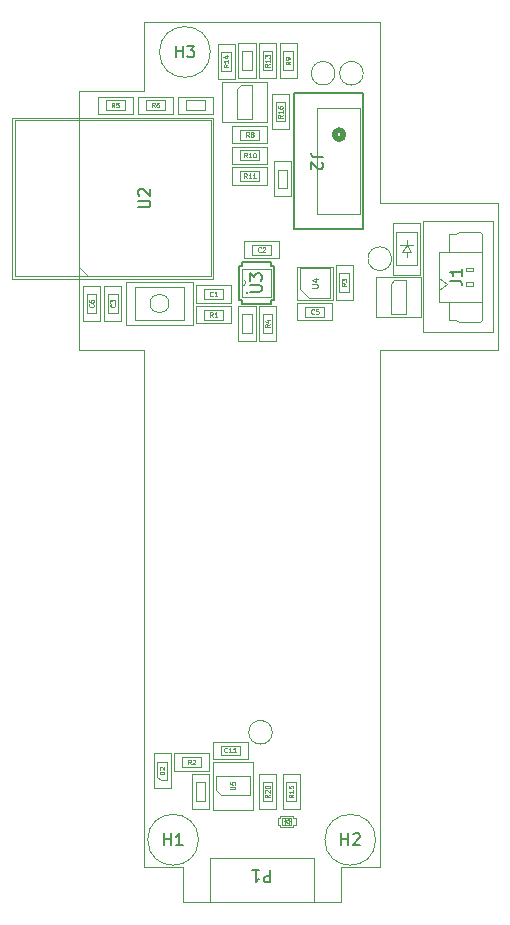
<source format=gm1>
%TF.GenerationSoftware,KiCad,Pcbnew,7.0.7*%
%TF.CreationDate,2023-10-18T20:35:36-04:00*%
%TF.ProjectId,room_environment_monitor,726f6f6d-5f65-46e7-9669-726f6e6d656e,rev?*%
%TF.SameCoordinates,Original*%
%TF.FileFunction,Profile,NP*%
%FSLAX46Y46*%
G04 Gerber Fmt 4.6, Leading zero omitted, Abs format (unit mm)*
G04 Created by KiCad (PCBNEW 7.0.7) date 2023-10-18 20:35:36*
%MOMM*%
%LPD*%
G01*
G04 APERTURE LIST*
%TA.AperFunction,Profile*%
%ADD10C,0.100000*%
%TD*%
%ADD11C,0.050000*%
%ADD12C,0.152400*%
%ADD13C,0.060000*%
%ADD14C,0.150000*%
%ADD15C,0.075000*%
%ADD16C,0.100000*%
%ADD17C,0.025400*%
%ADD18C,0.508000*%
G04 APERTURE END LIST*
D10*
X120000000Y-70000000D02*
X120000000Y-85250000D01*
X103300000Y-144500000D02*
X103300000Y-141500000D01*
X120000000Y-85250000D02*
X130000000Y-85250000D01*
X100000000Y-70000000D02*
X120000000Y-70000000D01*
X100000000Y-75800000D02*
X100000000Y-70000000D01*
X100000000Y-97750000D02*
X94500000Y-97750000D01*
X120000000Y-97750000D02*
X120000000Y-141500000D01*
X130000000Y-85250000D02*
X130000000Y-97750000D01*
X116700000Y-144500000D02*
X103300000Y-144500000D01*
X103300000Y-141500000D02*
X100000000Y-141500000D01*
X116700000Y-141500000D02*
X116700000Y-144500000D01*
X100000000Y-141500000D02*
X100000000Y-97750000D01*
X130000000Y-97750000D02*
X120000000Y-97750000D01*
X94500000Y-75800000D02*
X100000000Y-75800000D01*
X94500000Y-75800000D02*
X94500000Y-97750000D01*
X120000000Y-141500000D02*
X116700000Y-141500000D01*
D11*
%TO.C,R3*%
X116270000Y-93480000D02*
X116270000Y-90520000D01*
X117730000Y-93480000D02*
X116270000Y-93480000D01*
X116270000Y-90520000D02*
X117730000Y-90520000D01*
X117730000Y-90520000D02*
X117730000Y-93480000D01*
%TO.C,R9*%
X112980000Y-71770000D02*
X112980000Y-74730000D01*
X111520000Y-71770000D02*
X112980000Y-71770000D01*
X112980000Y-74730000D02*
X111520000Y-74730000D01*
X111520000Y-74730000D02*
X111520000Y-71770000D01*
%TO.C,R13*%
X111230000Y-71770000D02*
X111230000Y-74730000D01*
X109770000Y-71770000D02*
X111230000Y-71770000D01*
X111230000Y-74730000D02*
X109770000Y-74730000D01*
X109770000Y-74730000D02*
X109770000Y-71770000D01*
%TO.C,R8*%
X110480000Y-80230000D02*
X107520000Y-80230000D01*
X110480000Y-78770000D02*
X110480000Y-80230000D01*
X107520000Y-80230000D02*
X107520000Y-78770000D01*
X107520000Y-78770000D02*
X110480000Y-78770000D01*
%TO.C,C1*%
X104445000Y-92270000D02*
X107405000Y-92270000D01*
X104445000Y-93730000D02*
X104445000Y-92270000D01*
X107405000Y-92270000D02*
X107405000Y-93730000D01*
X107405000Y-93730000D02*
X104445000Y-93730000D01*
%TO.C,H1*%
X104650000Y-139200000D02*
G75*
G03*
X104650000Y-139200000I-2150000J0D01*
G01*
%TO.C,C2*%
X108520000Y-88520000D02*
X111480000Y-88520000D01*
X108520000Y-89980000D02*
X108520000Y-88520000D01*
X111480000Y-88520000D02*
X111480000Y-89980000D01*
X111480000Y-89980000D02*
X108520000Y-89980000D01*
%TO.C,Q3*%
X119642500Y-91550000D02*
X119642500Y-94950000D01*
X119642500Y-94950000D02*
X123482500Y-94950000D01*
X123482500Y-91550000D02*
X119642500Y-91550000D01*
X123482500Y-94950000D02*
X123482500Y-91550000D01*
%TO.C,U5*%
X105875000Y-136675000D02*
X109275000Y-136675000D01*
X109275000Y-136675000D02*
X109275000Y-132575000D01*
X105875000Y-132575000D02*
X105875000Y-136675000D01*
X109275000Y-132575000D02*
X105875000Y-132575000D01*
%TO.C,R11*%
X107520000Y-82270000D02*
X110480000Y-82270000D01*
X107520000Y-83730000D02*
X107520000Y-82270000D01*
X110480000Y-82270000D02*
X110480000Y-83730000D01*
X110480000Y-83730000D02*
X107520000Y-83730000D01*
%TO.C,U4*%
X112985000Y-93485000D02*
X112985000Y-90665000D01*
X116065000Y-93485000D02*
X112985000Y-93485000D01*
X112985000Y-90665000D02*
X116065000Y-90665000D01*
X116065000Y-90665000D02*
X116065000Y-93485000D01*
%TO.C,TP4*%
X110900000Y-130100000D02*
G75*
G03*
X110900000Y-130100000I-1000000J0D01*
G01*
D12*
%TO.C,U3*%
X108318201Y-93834200D02*
X108318201Y-93529400D01*
X110781801Y-93834200D02*
X108318201Y-93834200D01*
X110781801Y-93834200D02*
X110781801Y-93529400D01*
X108076801Y-93529400D02*
X108076801Y-90583000D01*
X108318201Y-93529400D02*
X108076801Y-93529400D01*
X111023201Y-93529400D02*
X110781801Y-93529400D01*
X108076801Y-90583000D02*
X108318201Y-90583000D01*
X110781801Y-90583000D02*
X111023201Y-90583000D01*
X111023201Y-90583000D02*
X111023201Y-93529400D01*
X108318201Y-90278200D02*
X108318201Y-90583000D01*
X108318201Y-90278200D02*
X110781801Y-90278200D01*
X110781801Y-90278200D02*
X110781801Y-90583000D01*
D11*
%TO.C,H2*%
X119650000Y-139200000D02*
G75*
G03*
X119650000Y-139200000I-2150000J0D01*
G01*
%TO.C,C7*%
X112480000Y-81770000D02*
X112480000Y-84730000D01*
X111020000Y-81770000D02*
X112480000Y-81770000D01*
X112480000Y-84730000D02*
X111020000Y-84730000D01*
X111020000Y-84730000D02*
X111020000Y-81770000D01*
%TO.C,H3*%
X105650000Y-72500000D02*
G75*
G03*
X105650000Y-72500000I-2150000J0D01*
G01*
%TO.C,R15*%
X111770000Y-136605000D02*
X111770000Y-133645000D01*
X113230000Y-136605000D02*
X111770000Y-136605000D01*
X111770000Y-133645000D02*
X113230000Y-133645000D01*
X113230000Y-133645000D02*
X113230000Y-136605000D01*
%TO.C,U2*%
X88900000Y-91700000D02*
X88900000Y-78100000D01*
X105900000Y-91700000D02*
X88900000Y-91700000D01*
X88900000Y-78100000D02*
X105900000Y-78100000D01*
X105900000Y-78100000D02*
X105900000Y-91700000D01*
D12*
%TO.C,J2*%
X118608200Y-76002199D02*
X112715400Y-76002199D01*
X112715400Y-76002199D02*
X112715400Y-87497801D01*
X118608200Y-87497801D02*
X118608200Y-76002199D01*
X112715400Y-87497801D02*
X118608200Y-87497801D01*
D11*
%TO.C,TP2*%
X118600000Y-74300000D02*
G75*
G03*
X118600000Y-74300000I-1000000J0D01*
G01*
%TO.C,C11*%
X105845000Y-130895000D02*
X108805000Y-130895000D01*
X105845000Y-132355000D02*
X105845000Y-130895000D01*
X108805000Y-130895000D02*
X108805000Y-132355000D01*
X108805000Y-132355000D02*
X105845000Y-132355000D01*
%TO.C,D7*%
X111375000Y-137370000D02*
X111375000Y-137930000D01*
X111375000Y-137930000D02*
X111575000Y-137930000D01*
X111575000Y-137200000D02*
X112675000Y-137200000D01*
X111575000Y-137370000D02*
X111375000Y-137370000D01*
X111575000Y-137370000D02*
X111575000Y-137200000D01*
X111575000Y-138100000D02*
X111575000Y-137930000D01*
X112675000Y-137200000D02*
X112675000Y-137370000D01*
X112675000Y-137370000D02*
X112875000Y-137370000D01*
X112675000Y-137930000D02*
X112675000Y-138100000D01*
X112675000Y-138100000D02*
X111575000Y-138100000D01*
X112875000Y-137370000D02*
X112875000Y-137930000D01*
X112875000Y-137930000D02*
X112675000Y-137930000D01*
%TO.C,R12*%
X109480000Y-71770000D02*
X109480000Y-74730000D01*
X108020000Y-71770000D02*
X109480000Y-71770000D01*
X109480000Y-74730000D02*
X108020000Y-74730000D01*
X108020000Y-74730000D02*
X108020000Y-71770000D01*
%TO.C,R14*%
X106270000Y-74767500D02*
X106270000Y-71807500D01*
X107730000Y-74767500D02*
X106270000Y-74767500D01*
X106270000Y-71807500D02*
X107730000Y-71807500D01*
X107730000Y-71807500D02*
X107730000Y-74767500D01*
%TO.C,R10*%
X107520000Y-80520000D02*
X110480000Y-80520000D01*
X107520000Y-81980000D02*
X107520000Y-80520000D01*
X110480000Y-80520000D02*
X110480000Y-81980000D01*
X110480000Y-81980000D02*
X107520000Y-81980000D01*
%TO.C,R1*%
X107405000Y-95480000D02*
X104445000Y-95480000D01*
X107405000Y-94020000D02*
X107405000Y-95480000D01*
X104445000Y-95480000D02*
X104445000Y-94020000D01*
X104445000Y-94020000D02*
X107405000Y-94020000D01*
%TO.C,R20*%
X109770000Y-136605000D02*
X109770000Y-133645000D01*
X111230000Y-136605000D02*
X109770000Y-136605000D01*
X109770000Y-133645000D02*
X111230000Y-133645000D01*
X111230000Y-133645000D02*
X111230000Y-136605000D01*
%TO.C,D2*%
X100845000Y-134855000D02*
X100845000Y-131895000D01*
X102305000Y-134855000D02*
X100845000Y-134855000D01*
X100845000Y-131895000D02*
X102305000Y-131895000D01*
X102305000Y-131895000D02*
X102305000Y-134855000D01*
%TO.C,C10*%
X104095000Y-136605000D02*
X104095000Y-133645000D01*
X105555000Y-136605000D02*
X104095000Y-136605000D01*
X104095000Y-133645000D02*
X105555000Y-133645000D01*
X105555000Y-133645000D02*
X105555000Y-136605000D01*
%TO.C,R5*%
X99080000Y-77730000D02*
X96120000Y-77730000D01*
X99080000Y-76270000D02*
X99080000Y-77730000D01*
X96120000Y-77730000D02*
X96120000Y-76270000D01*
X96120000Y-76270000D02*
X99080000Y-76270000D01*
%TO.C,J1*%
X123675000Y-96245000D02*
X129575000Y-96245000D01*
X129575000Y-96245000D02*
X129575000Y-86805000D01*
X123675000Y-86805000D02*
X123675000Y-96245000D01*
X129575000Y-86805000D02*
X123675000Y-86805000D01*
%TO.C,R6*%
X99520000Y-76270000D02*
X102480000Y-76270000D01*
X99520000Y-77730000D02*
X99520000Y-76270000D01*
X102480000Y-76270000D02*
X102480000Y-77730000D01*
X102480000Y-77730000D02*
X99520000Y-77730000D01*
%TO.C,R16*%
X112330000Y-76095000D02*
X112330000Y-79055000D01*
X110870000Y-76095000D02*
X112330000Y-76095000D01*
X112330000Y-79055000D02*
X110870000Y-79055000D01*
X110870000Y-79055000D02*
X110870000Y-76095000D01*
%TO.C,C5*%
X115980000Y-95230000D02*
X113020000Y-95230000D01*
X115980000Y-93770000D02*
X115980000Y-95230000D01*
X113020000Y-95230000D02*
X113020000Y-93770000D01*
X113020000Y-93770000D02*
X115980000Y-93770000D01*
%TO.C,SW1*%
X104150000Y-95600000D02*
X98550000Y-95600000D01*
X104150000Y-92000000D02*
X104150000Y-95600000D01*
X98550000Y-95600000D02*
X98550000Y-92000000D01*
X98550000Y-92000000D02*
X104150000Y-92000000D01*
%TO.C,R2*%
X105555000Y-133355000D02*
X102595000Y-133355000D01*
X105555000Y-131895000D02*
X105555000Y-133355000D01*
X102595000Y-133355000D02*
X102595000Y-131895000D01*
X102595000Y-131895000D02*
X105555000Y-131895000D01*
%TO.C,C4*%
X109480000Y-94020000D02*
X109480000Y-96980000D01*
X108020000Y-94020000D02*
X109480000Y-94020000D01*
X109480000Y-96980000D02*
X108020000Y-96980000D01*
X108020000Y-96980000D02*
X108020000Y-94020000D01*
%TO.C,R4*%
X109770000Y-96980000D02*
X109770000Y-94020000D01*
X111230000Y-96980000D02*
X109770000Y-96980000D01*
X109770000Y-94020000D02*
X111230000Y-94020000D01*
X111230000Y-94020000D02*
X111230000Y-96980000D01*
%TO.C,C3*%
X98130000Y-92320000D02*
X98130000Y-95280000D01*
X96670000Y-92320000D02*
X98130000Y-92320000D01*
X98130000Y-95280000D02*
X96670000Y-95280000D01*
X96670000Y-95280000D02*
X96670000Y-92320000D01*
%TO.C,TP3*%
X116200000Y-74300000D02*
G75*
G03*
X116200000Y-74300000I-1000000J0D01*
G01*
%TO.C,C6*%
X96330000Y-92320000D02*
X96330000Y-95280000D01*
X94870000Y-92320000D02*
X96330000Y-92320000D01*
X96330000Y-95280000D02*
X94870000Y-95280000D01*
X94870000Y-95280000D02*
X94870000Y-92320000D01*
%TO.C,D1*%
X123425000Y-86950000D02*
X121125000Y-86950000D01*
X123425000Y-86950000D02*
X123425000Y-91350000D01*
X123425000Y-91350000D02*
X121125000Y-91350000D01*
X121125000Y-91350000D02*
X121125000Y-86950000D01*
%TO.C,R7*%
X102920000Y-76270000D02*
X105880000Y-76270000D01*
X102920000Y-77730000D02*
X102920000Y-76270000D01*
X105880000Y-76270000D02*
X105880000Y-77730000D01*
X105880000Y-77730000D02*
X102920000Y-77730000D01*
%TO.C,TP1*%
X121000000Y-90000000D02*
G75*
G03*
X121000000Y-90000000I-1000000J0D01*
G01*
%TO.C,Q1*%
X106642500Y-75050000D02*
X106642500Y-78450000D01*
X106642500Y-78450000D02*
X110482500Y-78450000D01*
X110482500Y-75050000D02*
X106642500Y-75050000D01*
X110482500Y-78450000D02*
X110482500Y-75050000D01*
%TD*%
D13*
X117181927Y-92066666D02*
X116991451Y-92199999D01*
X117181927Y-92295237D02*
X116781927Y-92295237D01*
X116781927Y-92295237D02*
X116781927Y-92142856D01*
X116781927Y-92142856D02*
X116800975Y-92104761D01*
X116800975Y-92104761D02*
X116820022Y-92085714D01*
X116820022Y-92085714D02*
X116858118Y-92066666D01*
X116858118Y-92066666D02*
X116915260Y-92066666D01*
X116915260Y-92066666D02*
X116953356Y-92085714D01*
X116953356Y-92085714D02*
X116972403Y-92104761D01*
X116972403Y-92104761D02*
X116991451Y-92142856D01*
X116991451Y-92142856D02*
X116991451Y-92295237D01*
X116781927Y-91933333D02*
X116781927Y-91685714D01*
X116781927Y-91685714D02*
X116934308Y-91819047D01*
X116934308Y-91819047D02*
X116934308Y-91761904D01*
X116934308Y-91761904D02*
X116953356Y-91723809D01*
X116953356Y-91723809D02*
X116972403Y-91704761D01*
X116972403Y-91704761D02*
X117010499Y-91685714D01*
X117010499Y-91685714D02*
X117105737Y-91685714D01*
X117105737Y-91685714D02*
X117143832Y-91704761D01*
X117143832Y-91704761D02*
X117162880Y-91723809D01*
X117162880Y-91723809D02*
X117181927Y-91761904D01*
X117181927Y-91761904D02*
X117181927Y-91876190D01*
X117181927Y-91876190D02*
X117162880Y-91914285D01*
X117162880Y-91914285D02*
X117143832Y-91933333D01*
X112431927Y-73316666D02*
X112241451Y-73449999D01*
X112431927Y-73545237D02*
X112031927Y-73545237D01*
X112031927Y-73545237D02*
X112031927Y-73392856D01*
X112031927Y-73392856D02*
X112050975Y-73354761D01*
X112050975Y-73354761D02*
X112070022Y-73335714D01*
X112070022Y-73335714D02*
X112108118Y-73316666D01*
X112108118Y-73316666D02*
X112165260Y-73316666D01*
X112165260Y-73316666D02*
X112203356Y-73335714D01*
X112203356Y-73335714D02*
X112222403Y-73354761D01*
X112222403Y-73354761D02*
X112241451Y-73392856D01*
X112241451Y-73392856D02*
X112241451Y-73545237D01*
X112431927Y-73126190D02*
X112431927Y-73049999D01*
X112431927Y-73049999D02*
X112412880Y-73011904D01*
X112412880Y-73011904D02*
X112393832Y-72992856D01*
X112393832Y-72992856D02*
X112336689Y-72954761D01*
X112336689Y-72954761D02*
X112260499Y-72935714D01*
X112260499Y-72935714D02*
X112108118Y-72935714D01*
X112108118Y-72935714D02*
X112070022Y-72954761D01*
X112070022Y-72954761D02*
X112050975Y-72973809D01*
X112050975Y-72973809D02*
X112031927Y-73011904D01*
X112031927Y-73011904D02*
X112031927Y-73088095D01*
X112031927Y-73088095D02*
X112050975Y-73126190D01*
X112050975Y-73126190D02*
X112070022Y-73145237D01*
X112070022Y-73145237D02*
X112108118Y-73164285D01*
X112108118Y-73164285D02*
X112203356Y-73164285D01*
X112203356Y-73164285D02*
X112241451Y-73145237D01*
X112241451Y-73145237D02*
X112260499Y-73126190D01*
X112260499Y-73126190D02*
X112279546Y-73088095D01*
X112279546Y-73088095D02*
X112279546Y-73011904D01*
X112279546Y-73011904D02*
X112260499Y-72973809D01*
X112260499Y-72973809D02*
X112241451Y-72954761D01*
X112241451Y-72954761D02*
X112203356Y-72935714D01*
X110681927Y-73507142D02*
X110491451Y-73640475D01*
X110681927Y-73735713D02*
X110281927Y-73735713D01*
X110281927Y-73735713D02*
X110281927Y-73583332D01*
X110281927Y-73583332D02*
X110300975Y-73545237D01*
X110300975Y-73545237D02*
X110320022Y-73526190D01*
X110320022Y-73526190D02*
X110358118Y-73507142D01*
X110358118Y-73507142D02*
X110415260Y-73507142D01*
X110415260Y-73507142D02*
X110453356Y-73526190D01*
X110453356Y-73526190D02*
X110472403Y-73545237D01*
X110472403Y-73545237D02*
X110491451Y-73583332D01*
X110491451Y-73583332D02*
X110491451Y-73735713D01*
X110681927Y-73126190D02*
X110681927Y-73354761D01*
X110681927Y-73240475D02*
X110281927Y-73240475D01*
X110281927Y-73240475D02*
X110339070Y-73278571D01*
X110339070Y-73278571D02*
X110377165Y-73316666D01*
X110377165Y-73316666D02*
X110396213Y-73354761D01*
X110281927Y-72992857D02*
X110281927Y-72745238D01*
X110281927Y-72745238D02*
X110434308Y-72878571D01*
X110434308Y-72878571D02*
X110434308Y-72821428D01*
X110434308Y-72821428D02*
X110453356Y-72783333D01*
X110453356Y-72783333D02*
X110472403Y-72764285D01*
X110472403Y-72764285D02*
X110510499Y-72745238D01*
X110510499Y-72745238D02*
X110605737Y-72745238D01*
X110605737Y-72745238D02*
X110643832Y-72764285D01*
X110643832Y-72764285D02*
X110662880Y-72783333D01*
X110662880Y-72783333D02*
X110681927Y-72821428D01*
X110681927Y-72821428D02*
X110681927Y-72935714D01*
X110681927Y-72935714D02*
X110662880Y-72973809D01*
X110662880Y-72973809D02*
X110643832Y-72992857D01*
X108933333Y-79681927D02*
X108800000Y-79491451D01*
X108704762Y-79681927D02*
X108704762Y-79281927D01*
X108704762Y-79281927D02*
X108857143Y-79281927D01*
X108857143Y-79281927D02*
X108895238Y-79300975D01*
X108895238Y-79300975D02*
X108914285Y-79320022D01*
X108914285Y-79320022D02*
X108933333Y-79358118D01*
X108933333Y-79358118D02*
X108933333Y-79415260D01*
X108933333Y-79415260D02*
X108914285Y-79453356D01*
X108914285Y-79453356D02*
X108895238Y-79472403D01*
X108895238Y-79472403D02*
X108857143Y-79491451D01*
X108857143Y-79491451D02*
X108704762Y-79491451D01*
X109161904Y-79453356D02*
X109123809Y-79434308D01*
X109123809Y-79434308D02*
X109104762Y-79415260D01*
X109104762Y-79415260D02*
X109085714Y-79377165D01*
X109085714Y-79377165D02*
X109085714Y-79358118D01*
X109085714Y-79358118D02*
X109104762Y-79320022D01*
X109104762Y-79320022D02*
X109123809Y-79300975D01*
X109123809Y-79300975D02*
X109161904Y-79281927D01*
X109161904Y-79281927D02*
X109238095Y-79281927D01*
X109238095Y-79281927D02*
X109276190Y-79300975D01*
X109276190Y-79300975D02*
X109295238Y-79320022D01*
X109295238Y-79320022D02*
X109314285Y-79358118D01*
X109314285Y-79358118D02*
X109314285Y-79377165D01*
X109314285Y-79377165D02*
X109295238Y-79415260D01*
X109295238Y-79415260D02*
X109276190Y-79434308D01*
X109276190Y-79434308D02*
X109238095Y-79453356D01*
X109238095Y-79453356D02*
X109161904Y-79453356D01*
X109161904Y-79453356D02*
X109123809Y-79472403D01*
X109123809Y-79472403D02*
X109104762Y-79491451D01*
X109104762Y-79491451D02*
X109085714Y-79529546D01*
X109085714Y-79529546D02*
X109085714Y-79605737D01*
X109085714Y-79605737D02*
X109104762Y-79643832D01*
X109104762Y-79643832D02*
X109123809Y-79662880D01*
X109123809Y-79662880D02*
X109161904Y-79681927D01*
X109161904Y-79681927D02*
X109238095Y-79681927D01*
X109238095Y-79681927D02*
X109276190Y-79662880D01*
X109276190Y-79662880D02*
X109295238Y-79643832D01*
X109295238Y-79643832D02*
X109314285Y-79605737D01*
X109314285Y-79605737D02*
X109314285Y-79529546D01*
X109314285Y-79529546D02*
X109295238Y-79491451D01*
X109295238Y-79491451D02*
X109276190Y-79472403D01*
X109276190Y-79472403D02*
X109238095Y-79453356D01*
X105858333Y-93143832D02*
X105839285Y-93162880D01*
X105839285Y-93162880D02*
X105782143Y-93181927D01*
X105782143Y-93181927D02*
X105744047Y-93181927D01*
X105744047Y-93181927D02*
X105686904Y-93162880D01*
X105686904Y-93162880D02*
X105648809Y-93124784D01*
X105648809Y-93124784D02*
X105629762Y-93086689D01*
X105629762Y-93086689D02*
X105610714Y-93010499D01*
X105610714Y-93010499D02*
X105610714Y-92953356D01*
X105610714Y-92953356D02*
X105629762Y-92877165D01*
X105629762Y-92877165D02*
X105648809Y-92839070D01*
X105648809Y-92839070D02*
X105686904Y-92800975D01*
X105686904Y-92800975D02*
X105744047Y-92781927D01*
X105744047Y-92781927D02*
X105782143Y-92781927D01*
X105782143Y-92781927D02*
X105839285Y-92800975D01*
X105839285Y-92800975D02*
X105858333Y-92820022D01*
X106239285Y-93181927D02*
X106010714Y-93181927D01*
X106125000Y-93181927D02*
X106125000Y-92781927D01*
X106125000Y-92781927D02*
X106086904Y-92839070D01*
X106086904Y-92839070D02*
X106048809Y-92877165D01*
X106048809Y-92877165D02*
X106010714Y-92896213D01*
D14*
X101738095Y-139654819D02*
X101738095Y-138654819D01*
X101738095Y-139131009D02*
X102309523Y-139131009D01*
X102309523Y-139654819D02*
X102309523Y-138654819D01*
X103309523Y-139654819D02*
X102738095Y-139654819D01*
X103023809Y-139654819D02*
X103023809Y-138654819D01*
X103023809Y-138654819D02*
X102928571Y-138797676D01*
X102928571Y-138797676D02*
X102833333Y-138892914D01*
X102833333Y-138892914D02*
X102738095Y-138940533D01*
D13*
X109933333Y-89393832D02*
X109914285Y-89412880D01*
X109914285Y-89412880D02*
X109857143Y-89431927D01*
X109857143Y-89431927D02*
X109819047Y-89431927D01*
X109819047Y-89431927D02*
X109761904Y-89412880D01*
X109761904Y-89412880D02*
X109723809Y-89374784D01*
X109723809Y-89374784D02*
X109704762Y-89336689D01*
X109704762Y-89336689D02*
X109685714Y-89260499D01*
X109685714Y-89260499D02*
X109685714Y-89203356D01*
X109685714Y-89203356D02*
X109704762Y-89127165D01*
X109704762Y-89127165D02*
X109723809Y-89089070D01*
X109723809Y-89089070D02*
X109761904Y-89050975D01*
X109761904Y-89050975D02*
X109819047Y-89031927D01*
X109819047Y-89031927D02*
X109857143Y-89031927D01*
X109857143Y-89031927D02*
X109914285Y-89050975D01*
X109914285Y-89050975D02*
X109933333Y-89070022D01*
X110085714Y-89070022D02*
X110104762Y-89050975D01*
X110104762Y-89050975D02*
X110142857Y-89031927D01*
X110142857Y-89031927D02*
X110238095Y-89031927D01*
X110238095Y-89031927D02*
X110276190Y-89050975D01*
X110276190Y-89050975D02*
X110295238Y-89070022D01*
X110295238Y-89070022D02*
X110314285Y-89108118D01*
X110314285Y-89108118D02*
X110314285Y-89146213D01*
X110314285Y-89146213D02*
X110295238Y-89203356D01*
X110295238Y-89203356D02*
X110066666Y-89431927D01*
X110066666Y-89431927D02*
X110314285Y-89431927D01*
X107356927Y-134929761D02*
X107680737Y-134929761D01*
X107680737Y-134929761D02*
X107718832Y-134910714D01*
X107718832Y-134910714D02*
X107737880Y-134891666D01*
X107737880Y-134891666D02*
X107756927Y-134853571D01*
X107756927Y-134853571D02*
X107756927Y-134777380D01*
X107756927Y-134777380D02*
X107737880Y-134739285D01*
X107737880Y-134739285D02*
X107718832Y-134720238D01*
X107718832Y-134720238D02*
X107680737Y-134701190D01*
X107680737Y-134701190D02*
X107356927Y-134701190D01*
X107356927Y-134320237D02*
X107356927Y-134510713D01*
X107356927Y-134510713D02*
X107547403Y-134529761D01*
X107547403Y-134529761D02*
X107528356Y-134510713D01*
X107528356Y-134510713D02*
X107509308Y-134472618D01*
X107509308Y-134472618D02*
X107509308Y-134377380D01*
X107509308Y-134377380D02*
X107528356Y-134339285D01*
X107528356Y-134339285D02*
X107547403Y-134320237D01*
X107547403Y-134320237D02*
X107585499Y-134301190D01*
X107585499Y-134301190D02*
X107680737Y-134301190D01*
X107680737Y-134301190D02*
X107718832Y-134320237D01*
X107718832Y-134320237D02*
X107737880Y-134339285D01*
X107737880Y-134339285D02*
X107756927Y-134377380D01*
X107756927Y-134377380D02*
X107756927Y-134472618D01*
X107756927Y-134472618D02*
X107737880Y-134510713D01*
X107737880Y-134510713D02*
X107718832Y-134529761D01*
X108742857Y-83181927D02*
X108609524Y-82991451D01*
X108514286Y-83181927D02*
X108514286Y-82781927D01*
X108514286Y-82781927D02*
X108666667Y-82781927D01*
X108666667Y-82781927D02*
X108704762Y-82800975D01*
X108704762Y-82800975D02*
X108723809Y-82820022D01*
X108723809Y-82820022D02*
X108742857Y-82858118D01*
X108742857Y-82858118D02*
X108742857Y-82915260D01*
X108742857Y-82915260D02*
X108723809Y-82953356D01*
X108723809Y-82953356D02*
X108704762Y-82972403D01*
X108704762Y-82972403D02*
X108666667Y-82991451D01*
X108666667Y-82991451D02*
X108514286Y-82991451D01*
X109123809Y-83181927D02*
X108895238Y-83181927D01*
X109009524Y-83181927D02*
X109009524Y-82781927D01*
X109009524Y-82781927D02*
X108971428Y-82839070D01*
X108971428Y-82839070D02*
X108933333Y-82877165D01*
X108933333Y-82877165D02*
X108895238Y-82896213D01*
X109504761Y-83181927D02*
X109276190Y-83181927D01*
X109390476Y-83181927D02*
X109390476Y-82781927D01*
X109390476Y-82781927D02*
X109352380Y-82839070D01*
X109352380Y-82839070D02*
X109314285Y-82877165D01*
X109314285Y-82877165D02*
X109276190Y-82896213D01*
D14*
X110738094Y-141795182D02*
X110738094Y-142795182D01*
X110738094Y-142795182D02*
X110357142Y-142795182D01*
X110357142Y-142795182D02*
X110261904Y-142747563D01*
X110261904Y-142747563D02*
X110214285Y-142699944D01*
X110214285Y-142699944D02*
X110166666Y-142604706D01*
X110166666Y-142604706D02*
X110166666Y-142461849D01*
X110166666Y-142461849D02*
X110214285Y-142366611D01*
X110214285Y-142366611D02*
X110261904Y-142318992D01*
X110261904Y-142318992D02*
X110357142Y-142271373D01*
X110357142Y-142271373D02*
X110738094Y-142271373D01*
X109214285Y-141795182D02*
X109785713Y-141795182D01*
X109499999Y-141795182D02*
X109499999Y-142795182D01*
X109499999Y-142795182D02*
X109595237Y-142652325D01*
X109595237Y-142652325D02*
X109690475Y-142557087D01*
X109690475Y-142557087D02*
X109785713Y-142509468D01*
D15*
X114252409Y-92455952D02*
X114657171Y-92455952D01*
X114657171Y-92455952D02*
X114704790Y-92432142D01*
X114704790Y-92432142D02*
X114728600Y-92408333D01*
X114728600Y-92408333D02*
X114752409Y-92360714D01*
X114752409Y-92360714D02*
X114752409Y-92265476D01*
X114752409Y-92265476D02*
X114728600Y-92217857D01*
X114728600Y-92217857D02*
X114704790Y-92194047D01*
X114704790Y-92194047D02*
X114657171Y-92170238D01*
X114657171Y-92170238D02*
X114252409Y-92170238D01*
X114419076Y-91717856D02*
X114752409Y-91717856D01*
X114228600Y-91836904D02*
X114585742Y-91955951D01*
X114585742Y-91955951D02*
X114585742Y-91646428D01*
D14*
X109004820Y-92818104D02*
X109814343Y-92818104D01*
X109814343Y-92818104D02*
X109909581Y-92770485D01*
X109909581Y-92770485D02*
X109957201Y-92722866D01*
X109957201Y-92722866D02*
X110004820Y-92627628D01*
X110004820Y-92627628D02*
X110004820Y-92437152D01*
X110004820Y-92437152D02*
X109957201Y-92341914D01*
X109957201Y-92341914D02*
X109909581Y-92294295D01*
X109909581Y-92294295D02*
X109814343Y-92246676D01*
X109814343Y-92246676D02*
X109004820Y-92246676D01*
X109004820Y-91865723D02*
X109004820Y-91246676D01*
X109004820Y-91246676D02*
X109385772Y-91580009D01*
X109385772Y-91580009D02*
X109385772Y-91437152D01*
X109385772Y-91437152D02*
X109433391Y-91341914D01*
X109433391Y-91341914D02*
X109481010Y-91294295D01*
X109481010Y-91294295D02*
X109576248Y-91246676D01*
X109576248Y-91246676D02*
X109814343Y-91246676D01*
X109814343Y-91246676D02*
X109909581Y-91294295D01*
X109909581Y-91294295D02*
X109957201Y-91341914D01*
X109957201Y-91341914D02*
X110004820Y-91437152D01*
X110004820Y-91437152D02*
X110004820Y-91722866D01*
X110004820Y-91722866D02*
X109957201Y-91818104D01*
X109957201Y-91818104D02*
X109909581Y-91865723D01*
X116738095Y-139654819D02*
X116738095Y-138654819D01*
X116738095Y-139131009D02*
X117309523Y-139131009D01*
X117309523Y-139654819D02*
X117309523Y-138654819D01*
X117738095Y-138750057D02*
X117785714Y-138702438D01*
X117785714Y-138702438D02*
X117880952Y-138654819D01*
X117880952Y-138654819D02*
X118119047Y-138654819D01*
X118119047Y-138654819D02*
X118214285Y-138702438D01*
X118214285Y-138702438D02*
X118261904Y-138750057D01*
X118261904Y-138750057D02*
X118309523Y-138845295D01*
X118309523Y-138845295D02*
X118309523Y-138940533D01*
X118309523Y-138940533D02*
X118261904Y-139083390D01*
X118261904Y-139083390D02*
X117690476Y-139654819D01*
X117690476Y-139654819D02*
X118309523Y-139654819D01*
X102738095Y-72954819D02*
X102738095Y-71954819D01*
X102738095Y-72431009D02*
X103309523Y-72431009D01*
X103309523Y-72954819D02*
X103309523Y-71954819D01*
X103690476Y-71954819D02*
X104309523Y-71954819D01*
X104309523Y-71954819D02*
X103976190Y-72335771D01*
X103976190Y-72335771D02*
X104119047Y-72335771D01*
X104119047Y-72335771D02*
X104214285Y-72383390D01*
X104214285Y-72383390D02*
X104261904Y-72431009D01*
X104261904Y-72431009D02*
X104309523Y-72526247D01*
X104309523Y-72526247D02*
X104309523Y-72764342D01*
X104309523Y-72764342D02*
X104261904Y-72859580D01*
X104261904Y-72859580D02*
X104214285Y-72907200D01*
X104214285Y-72907200D02*
X104119047Y-72954819D01*
X104119047Y-72954819D02*
X103833333Y-72954819D01*
X103833333Y-72954819D02*
X103738095Y-72907200D01*
X103738095Y-72907200D02*
X103690476Y-72859580D01*
D13*
X112681927Y-135382142D02*
X112491451Y-135515475D01*
X112681927Y-135610713D02*
X112281927Y-135610713D01*
X112281927Y-135610713D02*
X112281927Y-135458332D01*
X112281927Y-135458332D02*
X112300975Y-135420237D01*
X112300975Y-135420237D02*
X112320022Y-135401190D01*
X112320022Y-135401190D02*
X112358118Y-135382142D01*
X112358118Y-135382142D02*
X112415260Y-135382142D01*
X112415260Y-135382142D02*
X112453356Y-135401190D01*
X112453356Y-135401190D02*
X112472403Y-135420237D01*
X112472403Y-135420237D02*
X112491451Y-135458332D01*
X112491451Y-135458332D02*
X112491451Y-135610713D01*
X112681927Y-135001190D02*
X112681927Y-135229761D01*
X112681927Y-135115475D02*
X112281927Y-135115475D01*
X112281927Y-135115475D02*
X112339070Y-135153571D01*
X112339070Y-135153571D02*
X112377165Y-135191666D01*
X112377165Y-135191666D02*
X112396213Y-135229761D01*
X112281927Y-134639285D02*
X112281927Y-134829761D01*
X112281927Y-134829761D02*
X112472403Y-134848809D01*
X112472403Y-134848809D02*
X112453356Y-134829761D01*
X112453356Y-134829761D02*
X112434308Y-134791666D01*
X112434308Y-134791666D02*
X112434308Y-134696428D01*
X112434308Y-134696428D02*
X112453356Y-134658333D01*
X112453356Y-134658333D02*
X112472403Y-134639285D01*
X112472403Y-134639285D02*
X112510499Y-134620238D01*
X112510499Y-134620238D02*
X112605737Y-134620238D01*
X112605737Y-134620238D02*
X112643832Y-134639285D01*
X112643832Y-134639285D02*
X112662880Y-134658333D01*
X112662880Y-134658333D02*
X112681927Y-134696428D01*
X112681927Y-134696428D02*
X112681927Y-134791666D01*
X112681927Y-134791666D02*
X112662880Y-134829761D01*
X112662880Y-134829761D02*
X112643832Y-134848809D01*
D14*
X99554819Y-85661904D02*
X100364342Y-85661904D01*
X100364342Y-85661904D02*
X100459580Y-85614285D01*
X100459580Y-85614285D02*
X100507200Y-85566666D01*
X100507200Y-85566666D02*
X100554819Y-85471428D01*
X100554819Y-85471428D02*
X100554819Y-85280952D01*
X100554819Y-85280952D02*
X100507200Y-85185714D01*
X100507200Y-85185714D02*
X100459580Y-85138095D01*
X100459580Y-85138095D02*
X100364342Y-85090476D01*
X100364342Y-85090476D02*
X99554819Y-85090476D01*
X99650057Y-84661904D02*
X99602438Y-84614285D01*
X99602438Y-84614285D02*
X99554819Y-84519047D01*
X99554819Y-84519047D02*
X99554819Y-84280952D01*
X99554819Y-84280952D02*
X99602438Y-84185714D01*
X99602438Y-84185714D02*
X99650057Y-84138095D01*
X99650057Y-84138095D02*
X99745295Y-84090476D01*
X99745295Y-84090476D02*
X99840533Y-84090476D01*
X99840533Y-84090476D02*
X99983390Y-84138095D01*
X99983390Y-84138095D02*
X100554819Y-84709523D01*
X100554819Y-84709523D02*
X100554819Y-84090476D01*
X115190980Y-81416666D02*
X114476695Y-81416666D01*
X114476695Y-81416666D02*
X114333838Y-81369047D01*
X114333838Y-81369047D02*
X114238600Y-81273809D01*
X114238600Y-81273809D02*
X114190980Y-81130952D01*
X114190980Y-81130952D02*
X114190980Y-81035714D01*
X115095742Y-81845238D02*
X115143361Y-81892857D01*
X115143361Y-81892857D02*
X115190980Y-81988095D01*
X115190980Y-81988095D02*
X115190980Y-82226190D01*
X115190980Y-82226190D02*
X115143361Y-82321428D01*
X115143361Y-82321428D02*
X115095742Y-82369047D01*
X115095742Y-82369047D02*
X115000504Y-82416666D01*
X115000504Y-82416666D02*
X114905266Y-82416666D01*
X114905266Y-82416666D02*
X114762409Y-82369047D01*
X114762409Y-82369047D02*
X114190980Y-81797619D01*
X114190980Y-81797619D02*
X114190980Y-82416666D01*
D13*
X107067857Y-131768832D02*
X107048809Y-131787880D01*
X107048809Y-131787880D02*
X106991667Y-131806927D01*
X106991667Y-131806927D02*
X106953571Y-131806927D01*
X106953571Y-131806927D02*
X106896428Y-131787880D01*
X106896428Y-131787880D02*
X106858333Y-131749784D01*
X106858333Y-131749784D02*
X106839286Y-131711689D01*
X106839286Y-131711689D02*
X106820238Y-131635499D01*
X106820238Y-131635499D02*
X106820238Y-131578356D01*
X106820238Y-131578356D02*
X106839286Y-131502165D01*
X106839286Y-131502165D02*
X106858333Y-131464070D01*
X106858333Y-131464070D02*
X106896428Y-131425975D01*
X106896428Y-131425975D02*
X106953571Y-131406927D01*
X106953571Y-131406927D02*
X106991667Y-131406927D01*
X106991667Y-131406927D02*
X107048809Y-131425975D01*
X107048809Y-131425975D02*
X107067857Y-131445022D01*
X107448809Y-131806927D02*
X107220238Y-131806927D01*
X107334524Y-131806927D02*
X107334524Y-131406927D01*
X107334524Y-131406927D02*
X107296428Y-131464070D01*
X107296428Y-131464070D02*
X107258333Y-131502165D01*
X107258333Y-131502165D02*
X107220238Y-131521213D01*
X107829761Y-131806927D02*
X107601190Y-131806927D01*
X107715476Y-131806927D02*
X107715476Y-131406927D01*
X107715476Y-131406927D02*
X107677380Y-131464070D01*
X107677380Y-131464070D02*
X107639285Y-131502165D01*
X107639285Y-131502165D02*
X107601190Y-131521213D01*
X107181927Y-73544642D02*
X106991451Y-73677975D01*
X107181927Y-73773213D02*
X106781927Y-73773213D01*
X106781927Y-73773213D02*
X106781927Y-73620832D01*
X106781927Y-73620832D02*
X106800975Y-73582737D01*
X106800975Y-73582737D02*
X106820022Y-73563690D01*
X106820022Y-73563690D02*
X106858118Y-73544642D01*
X106858118Y-73544642D02*
X106915260Y-73544642D01*
X106915260Y-73544642D02*
X106953356Y-73563690D01*
X106953356Y-73563690D02*
X106972403Y-73582737D01*
X106972403Y-73582737D02*
X106991451Y-73620832D01*
X106991451Y-73620832D02*
X106991451Y-73773213D01*
X107181927Y-73163690D02*
X107181927Y-73392261D01*
X107181927Y-73277975D02*
X106781927Y-73277975D01*
X106781927Y-73277975D02*
X106839070Y-73316071D01*
X106839070Y-73316071D02*
X106877165Y-73354166D01*
X106877165Y-73354166D02*
X106896213Y-73392261D01*
X106915260Y-72820833D02*
X107181927Y-72820833D01*
X106762880Y-72916071D02*
X107048594Y-73011309D01*
X107048594Y-73011309D02*
X107048594Y-72763690D01*
X108742857Y-81431927D02*
X108609524Y-81241451D01*
X108514286Y-81431927D02*
X108514286Y-81031927D01*
X108514286Y-81031927D02*
X108666667Y-81031927D01*
X108666667Y-81031927D02*
X108704762Y-81050975D01*
X108704762Y-81050975D02*
X108723809Y-81070022D01*
X108723809Y-81070022D02*
X108742857Y-81108118D01*
X108742857Y-81108118D02*
X108742857Y-81165260D01*
X108742857Y-81165260D02*
X108723809Y-81203356D01*
X108723809Y-81203356D02*
X108704762Y-81222403D01*
X108704762Y-81222403D02*
X108666667Y-81241451D01*
X108666667Y-81241451D02*
X108514286Y-81241451D01*
X109123809Y-81431927D02*
X108895238Y-81431927D01*
X109009524Y-81431927D02*
X109009524Y-81031927D01*
X109009524Y-81031927D02*
X108971428Y-81089070D01*
X108971428Y-81089070D02*
X108933333Y-81127165D01*
X108933333Y-81127165D02*
X108895238Y-81146213D01*
X109371428Y-81031927D02*
X109409523Y-81031927D01*
X109409523Y-81031927D02*
X109447619Y-81050975D01*
X109447619Y-81050975D02*
X109466666Y-81070022D01*
X109466666Y-81070022D02*
X109485714Y-81108118D01*
X109485714Y-81108118D02*
X109504761Y-81184308D01*
X109504761Y-81184308D02*
X109504761Y-81279546D01*
X109504761Y-81279546D02*
X109485714Y-81355737D01*
X109485714Y-81355737D02*
X109466666Y-81393832D01*
X109466666Y-81393832D02*
X109447619Y-81412880D01*
X109447619Y-81412880D02*
X109409523Y-81431927D01*
X109409523Y-81431927D02*
X109371428Y-81431927D01*
X109371428Y-81431927D02*
X109333333Y-81412880D01*
X109333333Y-81412880D02*
X109314285Y-81393832D01*
X109314285Y-81393832D02*
X109295238Y-81355737D01*
X109295238Y-81355737D02*
X109276190Y-81279546D01*
X109276190Y-81279546D02*
X109276190Y-81184308D01*
X109276190Y-81184308D02*
X109295238Y-81108118D01*
X109295238Y-81108118D02*
X109314285Y-81070022D01*
X109314285Y-81070022D02*
X109333333Y-81050975D01*
X109333333Y-81050975D02*
X109371428Y-81031927D01*
X105858333Y-94931927D02*
X105725000Y-94741451D01*
X105629762Y-94931927D02*
X105629762Y-94531927D01*
X105629762Y-94531927D02*
X105782143Y-94531927D01*
X105782143Y-94531927D02*
X105820238Y-94550975D01*
X105820238Y-94550975D02*
X105839285Y-94570022D01*
X105839285Y-94570022D02*
X105858333Y-94608118D01*
X105858333Y-94608118D02*
X105858333Y-94665260D01*
X105858333Y-94665260D02*
X105839285Y-94703356D01*
X105839285Y-94703356D02*
X105820238Y-94722403D01*
X105820238Y-94722403D02*
X105782143Y-94741451D01*
X105782143Y-94741451D02*
X105629762Y-94741451D01*
X106239285Y-94931927D02*
X106010714Y-94931927D01*
X106125000Y-94931927D02*
X106125000Y-94531927D01*
X106125000Y-94531927D02*
X106086904Y-94589070D01*
X106086904Y-94589070D02*
X106048809Y-94627165D01*
X106048809Y-94627165D02*
X106010714Y-94646213D01*
X110681927Y-135382142D02*
X110491451Y-135515475D01*
X110681927Y-135610713D02*
X110281927Y-135610713D01*
X110281927Y-135610713D02*
X110281927Y-135458332D01*
X110281927Y-135458332D02*
X110300975Y-135420237D01*
X110300975Y-135420237D02*
X110320022Y-135401190D01*
X110320022Y-135401190D02*
X110358118Y-135382142D01*
X110358118Y-135382142D02*
X110415260Y-135382142D01*
X110415260Y-135382142D02*
X110453356Y-135401190D01*
X110453356Y-135401190D02*
X110472403Y-135420237D01*
X110472403Y-135420237D02*
X110491451Y-135458332D01*
X110491451Y-135458332D02*
X110491451Y-135610713D01*
X110320022Y-135229761D02*
X110300975Y-135210713D01*
X110300975Y-135210713D02*
X110281927Y-135172618D01*
X110281927Y-135172618D02*
X110281927Y-135077380D01*
X110281927Y-135077380D02*
X110300975Y-135039285D01*
X110300975Y-135039285D02*
X110320022Y-135020237D01*
X110320022Y-135020237D02*
X110358118Y-135001190D01*
X110358118Y-135001190D02*
X110396213Y-135001190D01*
X110396213Y-135001190D02*
X110453356Y-135020237D01*
X110453356Y-135020237D02*
X110681927Y-135248809D01*
X110681927Y-135248809D02*
X110681927Y-135001190D01*
X110281927Y-134753571D02*
X110281927Y-134715476D01*
X110281927Y-134715476D02*
X110300975Y-134677380D01*
X110300975Y-134677380D02*
X110320022Y-134658333D01*
X110320022Y-134658333D02*
X110358118Y-134639285D01*
X110358118Y-134639285D02*
X110434308Y-134620238D01*
X110434308Y-134620238D02*
X110529546Y-134620238D01*
X110529546Y-134620238D02*
X110605737Y-134639285D01*
X110605737Y-134639285D02*
X110643832Y-134658333D01*
X110643832Y-134658333D02*
X110662880Y-134677380D01*
X110662880Y-134677380D02*
X110681927Y-134715476D01*
X110681927Y-134715476D02*
X110681927Y-134753571D01*
X110681927Y-134753571D02*
X110662880Y-134791666D01*
X110662880Y-134791666D02*
X110643832Y-134810714D01*
X110643832Y-134810714D02*
X110605737Y-134829761D01*
X110605737Y-134829761D02*
X110529546Y-134848809D01*
X110529546Y-134848809D02*
X110434308Y-134848809D01*
X110434308Y-134848809D02*
X110358118Y-134829761D01*
X110358118Y-134829761D02*
X110320022Y-134810714D01*
X110320022Y-134810714D02*
X110300975Y-134791666D01*
X110300975Y-134791666D02*
X110281927Y-134753571D01*
X101756927Y-133670237D02*
X101356927Y-133670237D01*
X101356927Y-133670237D02*
X101356927Y-133574999D01*
X101356927Y-133574999D02*
X101375975Y-133517856D01*
X101375975Y-133517856D02*
X101414070Y-133479761D01*
X101414070Y-133479761D02*
X101452165Y-133460714D01*
X101452165Y-133460714D02*
X101528356Y-133441666D01*
X101528356Y-133441666D02*
X101585499Y-133441666D01*
X101585499Y-133441666D02*
X101661689Y-133460714D01*
X101661689Y-133460714D02*
X101699784Y-133479761D01*
X101699784Y-133479761D02*
X101737880Y-133517856D01*
X101737880Y-133517856D02*
X101756927Y-133574999D01*
X101756927Y-133574999D02*
X101756927Y-133670237D01*
X101395022Y-133289285D02*
X101375975Y-133270237D01*
X101375975Y-133270237D02*
X101356927Y-133232142D01*
X101356927Y-133232142D02*
X101356927Y-133136904D01*
X101356927Y-133136904D02*
X101375975Y-133098809D01*
X101375975Y-133098809D02*
X101395022Y-133079761D01*
X101395022Y-133079761D02*
X101433118Y-133060714D01*
X101433118Y-133060714D02*
X101471213Y-133060714D01*
X101471213Y-133060714D02*
X101528356Y-133079761D01*
X101528356Y-133079761D02*
X101756927Y-133308333D01*
X101756927Y-133308333D02*
X101756927Y-133060714D01*
X97533333Y-77181927D02*
X97400000Y-76991451D01*
X97304762Y-77181927D02*
X97304762Y-76781927D01*
X97304762Y-76781927D02*
X97457143Y-76781927D01*
X97457143Y-76781927D02*
X97495238Y-76800975D01*
X97495238Y-76800975D02*
X97514285Y-76820022D01*
X97514285Y-76820022D02*
X97533333Y-76858118D01*
X97533333Y-76858118D02*
X97533333Y-76915260D01*
X97533333Y-76915260D02*
X97514285Y-76953356D01*
X97514285Y-76953356D02*
X97495238Y-76972403D01*
X97495238Y-76972403D02*
X97457143Y-76991451D01*
X97457143Y-76991451D02*
X97304762Y-76991451D01*
X97895238Y-76781927D02*
X97704762Y-76781927D01*
X97704762Y-76781927D02*
X97685714Y-76972403D01*
X97685714Y-76972403D02*
X97704762Y-76953356D01*
X97704762Y-76953356D02*
X97742857Y-76934308D01*
X97742857Y-76934308D02*
X97838095Y-76934308D01*
X97838095Y-76934308D02*
X97876190Y-76953356D01*
X97876190Y-76953356D02*
X97895238Y-76972403D01*
X97895238Y-76972403D02*
X97914285Y-77010499D01*
X97914285Y-77010499D02*
X97914285Y-77105737D01*
X97914285Y-77105737D02*
X97895238Y-77143832D01*
X97895238Y-77143832D02*
X97876190Y-77162880D01*
X97876190Y-77162880D02*
X97838095Y-77181927D01*
X97838095Y-77181927D02*
X97742857Y-77181927D01*
X97742857Y-77181927D02*
X97704762Y-77162880D01*
X97704762Y-77162880D02*
X97685714Y-77143832D01*
D14*
X125929819Y-91858333D02*
X126644104Y-91858333D01*
X126644104Y-91858333D02*
X126786961Y-91905952D01*
X126786961Y-91905952D02*
X126882200Y-92001190D01*
X126882200Y-92001190D02*
X126929819Y-92144047D01*
X126929819Y-92144047D02*
X126929819Y-92239285D01*
X126929819Y-90858333D02*
X126929819Y-91429761D01*
X126929819Y-91144047D02*
X125929819Y-91144047D01*
X125929819Y-91144047D02*
X126072676Y-91239285D01*
X126072676Y-91239285D02*
X126167914Y-91334523D01*
X126167914Y-91334523D02*
X126215533Y-91429761D01*
D13*
X100933333Y-77181927D02*
X100800000Y-76991451D01*
X100704762Y-77181927D02*
X100704762Y-76781927D01*
X100704762Y-76781927D02*
X100857143Y-76781927D01*
X100857143Y-76781927D02*
X100895238Y-76800975D01*
X100895238Y-76800975D02*
X100914285Y-76820022D01*
X100914285Y-76820022D02*
X100933333Y-76858118D01*
X100933333Y-76858118D02*
X100933333Y-76915260D01*
X100933333Y-76915260D02*
X100914285Y-76953356D01*
X100914285Y-76953356D02*
X100895238Y-76972403D01*
X100895238Y-76972403D02*
X100857143Y-76991451D01*
X100857143Y-76991451D02*
X100704762Y-76991451D01*
X101276190Y-76781927D02*
X101200000Y-76781927D01*
X101200000Y-76781927D02*
X101161904Y-76800975D01*
X101161904Y-76800975D02*
X101142857Y-76820022D01*
X101142857Y-76820022D02*
X101104762Y-76877165D01*
X101104762Y-76877165D02*
X101085714Y-76953356D01*
X101085714Y-76953356D02*
X101085714Y-77105737D01*
X101085714Y-77105737D02*
X101104762Y-77143832D01*
X101104762Y-77143832D02*
X101123809Y-77162880D01*
X101123809Y-77162880D02*
X101161904Y-77181927D01*
X101161904Y-77181927D02*
X101238095Y-77181927D01*
X101238095Y-77181927D02*
X101276190Y-77162880D01*
X101276190Y-77162880D02*
X101295238Y-77143832D01*
X101295238Y-77143832D02*
X101314285Y-77105737D01*
X101314285Y-77105737D02*
X101314285Y-77010499D01*
X101314285Y-77010499D02*
X101295238Y-76972403D01*
X101295238Y-76972403D02*
X101276190Y-76953356D01*
X101276190Y-76953356D02*
X101238095Y-76934308D01*
X101238095Y-76934308D02*
X101161904Y-76934308D01*
X101161904Y-76934308D02*
X101123809Y-76953356D01*
X101123809Y-76953356D02*
X101104762Y-76972403D01*
X101104762Y-76972403D02*
X101085714Y-77010499D01*
X111781927Y-77832142D02*
X111591451Y-77965475D01*
X111781927Y-78060713D02*
X111381927Y-78060713D01*
X111381927Y-78060713D02*
X111381927Y-77908332D01*
X111381927Y-77908332D02*
X111400975Y-77870237D01*
X111400975Y-77870237D02*
X111420022Y-77851190D01*
X111420022Y-77851190D02*
X111458118Y-77832142D01*
X111458118Y-77832142D02*
X111515260Y-77832142D01*
X111515260Y-77832142D02*
X111553356Y-77851190D01*
X111553356Y-77851190D02*
X111572403Y-77870237D01*
X111572403Y-77870237D02*
X111591451Y-77908332D01*
X111591451Y-77908332D02*
X111591451Y-78060713D01*
X111781927Y-77451190D02*
X111781927Y-77679761D01*
X111781927Y-77565475D02*
X111381927Y-77565475D01*
X111381927Y-77565475D02*
X111439070Y-77603571D01*
X111439070Y-77603571D02*
X111477165Y-77641666D01*
X111477165Y-77641666D02*
X111496213Y-77679761D01*
X111381927Y-77108333D02*
X111381927Y-77184523D01*
X111381927Y-77184523D02*
X111400975Y-77222619D01*
X111400975Y-77222619D02*
X111420022Y-77241666D01*
X111420022Y-77241666D02*
X111477165Y-77279761D01*
X111477165Y-77279761D02*
X111553356Y-77298809D01*
X111553356Y-77298809D02*
X111705737Y-77298809D01*
X111705737Y-77298809D02*
X111743832Y-77279761D01*
X111743832Y-77279761D02*
X111762880Y-77260714D01*
X111762880Y-77260714D02*
X111781927Y-77222619D01*
X111781927Y-77222619D02*
X111781927Y-77146428D01*
X111781927Y-77146428D02*
X111762880Y-77108333D01*
X111762880Y-77108333D02*
X111743832Y-77089285D01*
X111743832Y-77089285D02*
X111705737Y-77070238D01*
X111705737Y-77070238D02*
X111610499Y-77070238D01*
X111610499Y-77070238D02*
X111572403Y-77089285D01*
X111572403Y-77089285D02*
X111553356Y-77108333D01*
X111553356Y-77108333D02*
X111534308Y-77146428D01*
X111534308Y-77146428D02*
X111534308Y-77222619D01*
X111534308Y-77222619D02*
X111553356Y-77260714D01*
X111553356Y-77260714D02*
X111572403Y-77279761D01*
X111572403Y-77279761D02*
X111610499Y-77298809D01*
X114433333Y-94643832D02*
X114414285Y-94662880D01*
X114414285Y-94662880D02*
X114357143Y-94681927D01*
X114357143Y-94681927D02*
X114319047Y-94681927D01*
X114319047Y-94681927D02*
X114261904Y-94662880D01*
X114261904Y-94662880D02*
X114223809Y-94624784D01*
X114223809Y-94624784D02*
X114204762Y-94586689D01*
X114204762Y-94586689D02*
X114185714Y-94510499D01*
X114185714Y-94510499D02*
X114185714Y-94453356D01*
X114185714Y-94453356D02*
X114204762Y-94377165D01*
X114204762Y-94377165D02*
X114223809Y-94339070D01*
X114223809Y-94339070D02*
X114261904Y-94300975D01*
X114261904Y-94300975D02*
X114319047Y-94281927D01*
X114319047Y-94281927D02*
X114357143Y-94281927D01*
X114357143Y-94281927D02*
X114414285Y-94300975D01*
X114414285Y-94300975D02*
X114433333Y-94320022D01*
X114795238Y-94281927D02*
X114604762Y-94281927D01*
X114604762Y-94281927D02*
X114585714Y-94472403D01*
X114585714Y-94472403D02*
X114604762Y-94453356D01*
X114604762Y-94453356D02*
X114642857Y-94434308D01*
X114642857Y-94434308D02*
X114738095Y-94434308D01*
X114738095Y-94434308D02*
X114776190Y-94453356D01*
X114776190Y-94453356D02*
X114795238Y-94472403D01*
X114795238Y-94472403D02*
X114814285Y-94510499D01*
X114814285Y-94510499D02*
X114814285Y-94605737D01*
X114814285Y-94605737D02*
X114795238Y-94643832D01*
X114795238Y-94643832D02*
X114776190Y-94662880D01*
X114776190Y-94662880D02*
X114738095Y-94681927D01*
X114738095Y-94681927D02*
X114642857Y-94681927D01*
X114642857Y-94681927D02*
X114604762Y-94662880D01*
X114604762Y-94662880D02*
X114585714Y-94643832D01*
X104008333Y-132806927D02*
X103875000Y-132616451D01*
X103779762Y-132806927D02*
X103779762Y-132406927D01*
X103779762Y-132406927D02*
X103932143Y-132406927D01*
X103932143Y-132406927D02*
X103970238Y-132425975D01*
X103970238Y-132425975D02*
X103989285Y-132445022D01*
X103989285Y-132445022D02*
X104008333Y-132483118D01*
X104008333Y-132483118D02*
X104008333Y-132540260D01*
X104008333Y-132540260D02*
X103989285Y-132578356D01*
X103989285Y-132578356D02*
X103970238Y-132597403D01*
X103970238Y-132597403D02*
X103932143Y-132616451D01*
X103932143Y-132616451D02*
X103779762Y-132616451D01*
X104160714Y-132445022D02*
X104179762Y-132425975D01*
X104179762Y-132425975D02*
X104217857Y-132406927D01*
X104217857Y-132406927D02*
X104313095Y-132406927D01*
X104313095Y-132406927D02*
X104351190Y-132425975D01*
X104351190Y-132425975D02*
X104370238Y-132445022D01*
X104370238Y-132445022D02*
X104389285Y-132483118D01*
X104389285Y-132483118D02*
X104389285Y-132521213D01*
X104389285Y-132521213D02*
X104370238Y-132578356D01*
X104370238Y-132578356D02*
X104141666Y-132806927D01*
X104141666Y-132806927D02*
X104389285Y-132806927D01*
X110681927Y-95566666D02*
X110491451Y-95699999D01*
X110681927Y-95795237D02*
X110281927Y-95795237D01*
X110281927Y-95795237D02*
X110281927Y-95642856D01*
X110281927Y-95642856D02*
X110300975Y-95604761D01*
X110300975Y-95604761D02*
X110320022Y-95585714D01*
X110320022Y-95585714D02*
X110358118Y-95566666D01*
X110358118Y-95566666D02*
X110415260Y-95566666D01*
X110415260Y-95566666D02*
X110453356Y-95585714D01*
X110453356Y-95585714D02*
X110472403Y-95604761D01*
X110472403Y-95604761D02*
X110491451Y-95642856D01*
X110491451Y-95642856D02*
X110491451Y-95795237D01*
X110415260Y-95223809D02*
X110681927Y-95223809D01*
X110262880Y-95319047D02*
X110548594Y-95414285D01*
X110548594Y-95414285D02*
X110548594Y-95166666D01*
X97543832Y-93866666D02*
X97562880Y-93885714D01*
X97562880Y-93885714D02*
X97581927Y-93942856D01*
X97581927Y-93942856D02*
X97581927Y-93980952D01*
X97581927Y-93980952D02*
X97562880Y-94038095D01*
X97562880Y-94038095D02*
X97524784Y-94076190D01*
X97524784Y-94076190D02*
X97486689Y-94095237D01*
X97486689Y-94095237D02*
X97410499Y-94114285D01*
X97410499Y-94114285D02*
X97353356Y-94114285D01*
X97353356Y-94114285D02*
X97277165Y-94095237D01*
X97277165Y-94095237D02*
X97239070Y-94076190D01*
X97239070Y-94076190D02*
X97200975Y-94038095D01*
X97200975Y-94038095D02*
X97181927Y-93980952D01*
X97181927Y-93980952D02*
X97181927Y-93942856D01*
X97181927Y-93942856D02*
X97200975Y-93885714D01*
X97200975Y-93885714D02*
X97220022Y-93866666D01*
X97181927Y-93733333D02*
X97181927Y-93485714D01*
X97181927Y-93485714D02*
X97334308Y-93619047D01*
X97334308Y-93619047D02*
X97334308Y-93561904D01*
X97334308Y-93561904D02*
X97353356Y-93523809D01*
X97353356Y-93523809D02*
X97372403Y-93504761D01*
X97372403Y-93504761D02*
X97410499Y-93485714D01*
X97410499Y-93485714D02*
X97505737Y-93485714D01*
X97505737Y-93485714D02*
X97543832Y-93504761D01*
X97543832Y-93504761D02*
X97562880Y-93523809D01*
X97562880Y-93523809D02*
X97581927Y-93561904D01*
X97581927Y-93561904D02*
X97581927Y-93676190D01*
X97581927Y-93676190D02*
X97562880Y-93714285D01*
X97562880Y-93714285D02*
X97543832Y-93733333D01*
X95743832Y-93866666D02*
X95762880Y-93885714D01*
X95762880Y-93885714D02*
X95781927Y-93942856D01*
X95781927Y-93942856D02*
X95781927Y-93980952D01*
X95781927Y-93980952D02*
X95762880Y-94038095D01*
X95762880Y-94038095D02*
X95724784Y-94076190D01*
X95724784Y-94076190D02*
X95686689Y-94095237D01*
X95686689Y-94095237D02*
X95610499Y-94114285D01*
X95610499Y-94114285D02*
X95553356Y-94114285D01*
X95553356Y-94114285D02*
X95477165Y-94095237D01*
X95477165Y-94095237D02*
X95439070Y-94076190D01*
X95439070Y-94076190D02*
X95400975Y-94038095D01*
X95400975Y-94038095D02*
X95381927Y-93980952D01*
X95381927Y-93980952D02*
X95381927Y-93942856D01*
X95381927Y-93942856D02*
X95400975Y-93885714D01*
X95400975Y-93885714D02*
X95420022Y-93866666D01*
X95381927Y-93523809D02*
X95381927Y-93599999D01*
X95381927Y-93599999D02*
X95400975Y-93638095D01*
X95400975Y-93638095D02*
X95420022Y-93657142D01*
X95420022Y-93657142D02*
X95477165Y-93695237D01*
X95477165Y-93695237D02*
X95553356Y-93714285D01*
X95553356Y-93714285D02*
X95705737Y-93714285D01*
X95705737Y-93714285D02*
X95743832Y-93695237D01*
X95743832Y-93695237D02*
X95762880Y-93676190D01*
X95762880Y-93676190D02*
X95781927Y-93638095D01*
X95781927Y-93638095D02*
X95781927Y-93561904D01*
X95781927Y-93561904D02*
X95762880Y-93523809D01*
X95762880Y-93523809D02*
X95743832Y-93504761D01*
X95743832Y-93504761D02*
X95705737Y-93485714D01*
X95705737Y-93485714D02*
X95610499Y-93485714D01*
X95610499Y-93485714D02*
X95572403Y-93504761D01*
X95572403Y-93504761D02*
X95553356Y-93523809D01*
X95553356Y-93523809D02*
X95534308Y-93561904D01*
X95534308Y-93561904D02*
X95534308Y-93638095D01*
X95534308Y-93638095D02*
X95553356Y-93676190D01*
X95553356Y-93676190D02*
X95572403Y-93695237D01*
X95572403Y-93695237D02*
X95610499Y-93714285D01*
D16*
%TO.C,R3*%
X116587500Y-92800000D02*
X116587500Y-91200000D01*
X117412500Y-92800000D02*
X116587500Y-92800000D01*
X116587500Y-91200000D02*
X117412500Y-91200000D01*
X117412500Y-91200000D02*
X117412500Y-92800000D01*
%TO.C,R9*%
X112662500Y-72450000D02*
X112662500Y-74050000D01*
X111837500Y-72450000D02*
X112662500Y-72450000D01*
X112662500Y-74050000D02*
X111837500Y-74050000D01*
X111837500Y-74050000D02*
X111837500Y-72450000D01*
%TO.C,R13*%
X110912500Y-72450000D02*
X110912500Y-74050000D01*
X110087500Y-72450000D02*
X110912500Y-72450000D01*
X110912500Y-74050000D02*
X110087500Y-74050000D01*
X110087500Y-74050000D02*
X110087500Y-72450000D01*
%TO.C,R8*%
X109800000Y-79912500D02*
X108200000Y-79912500D01*
X109800000Y-79087500D02*
X109800000Y-79912500D01*
X108200000Y-79912500D02*
X108200000Y-79087500D01*
X108200000Y-79087500D02*
X109800000Y-79087500D01*
%TO.C,C1*%
X105125000Y-92600000D02*
X106725000Y-92600000D01*
X105125000Y-93400000D02*
X105125000Y-92600000D01*
X106725000Y-92600000D02*
X106725000Y-93400000D01*
X106725000Y-93400000D02*
X105125000Y-93400000D01*
%TO.C,C2*%
X109200000Y-88850000D02*
X110800000Y-88850000D01*
X109200000Y-89650000D02*
X109200000Y-88850000D01*
X110800000Y-88850000D02*
X110800000Y-89650000D01*
X110800000Y-89650000D02*
X109200000Y-89650000D01*
%TO.C,Q3*%
X120912500Y-92125000D02*
X121237500Y-91800000D01*
X120912500Y-94700000D02*
X120912500Y-92125000D01*
X121237500Y-91800000D02*
X122212500Y-91800000D01*
X122212500Y-91800000D02*
X122212500Y-94700000D01*
X122212500Y-94700000D02*
X120912500Y-94700000D01*
%TO.C,U5*%
X106525000Y-135425000D02*
X106125000Y-135025000D01*
X109025000Y-135425000D02*
X106525000Y-135425000D01*
X106125000Y-135025000D02*
X106125000Y-133825000D01*
X106125000Y-133825000D02*
X109025000Y-133825000D01*
X109025000Y-133825000D02*
X109025000Y-135425000D01*
%TO.C,R11*%
X108200000Y-82587500D02*
X109800000Y-82587500D01*
X108200000Y-83412500D02*
X108200000Y-82587500D01*
X109800000Y-82587500D02*
X109800000Y-83412500D01*
X109800000Y-83412500D02*
X108200000Y-83412500D01*
D17*
%TO.C,P1*%
X114400000Y-144500000D02*
X114400000Y-140776700D01*
X114400000Y-140780000D02*
X105600000Y-140780000D01*
X105600000Y-144500000D02*
X114400000Y-144500000D01*
X105600000Y-140780000D02*
X105600000Y-144500000D01*
D16*
%TO.C,U4*%
X114025000Y-93325000D02*
X113275000Y-92575000D01*
X115775000Y-93325000D02*
X114025000Y-93325000D01*
X113275000Y-92575000D02*
X113275000Y-90825000D01*
X113275000Y-90825000D02*
X115775000Y-90825000D01*
X115775000Y-90825000D02*
X115775000Y-93325000D01*
D17*
%TO.C,U3*%
X108330801Y-93275400D02*
X110769201Y-93275400D01*
X110769201Y-93275400D02*
X110769201Y-90837000D01*
X108330801Y-90837000D02*
X108330801Y-93275400D01*
X110769201Y-90837000D02*
X108330801Y-90837000D01*
X108330801Y-92361000D02*
G75*
G03*
X108330801Y-91751400I0J304800D01*
G01*
X108826201Y-92919800D02*
G75*
G03*
X108826201Y-92919800I-76200J0D01*
G01*
D16*
%TO.C,C7*%
X112150000Y-82450000D02*
X112150000Y-84050000D01*
X111350000Y-82450000D02*
X112150000Y-82450000D01*
X112150000Y-84050000D02*
X111350000Y-84050000D01*
X111350000Y-84050000D02*
X111350000Y-82450000D01*
%TO.C,R15*%
X112087500Y-135925000D02*
X112087500Y-134325000D01*
X112912500Y-135925000D02*
X112087500Y-135925000D01*
X112087500Y-134325000D02*
X112912500Y-134325000D01*
X112912500Y-134325000D02*
X112912500Y-135925000D01*
%TO.C,U2*%
X105700000Y-91500000D02*
X89100000Y-91500000D01*
X105700000Y-91500000D02*
X105700000Y-78300000D01*
X94500000Y-90700000D02*
X95300000Y-91500000D01*
X89100000Y-78300000D02*
X89100000Y-91500000D01*
X94500000Y-78300000D02*
X94500000Y-91500000D01*
X105700000Y-78300000D02*
X89100000Y-78300000D01*
D17*
%TO.C,J2*%
X118354200Y-77254200D02*
X114645800Y-77254200D01*
X114645800Y-77254200D02*
X114645800Y-86245800D01*
X118354200Y-86245800D02*
X118354200Y-77254200D01*
X114645800Y-86245800D02*
X118354200Y-86245800D01*
D18*
X116931800Y-79500000D02*
G75*
G03*
X116931800Y-79500000I-381000J0D01*
G01*
D16*
%TO.C,C11*%
X106525000Y-131225000D02*
X108125000Y-131225000D01*
X106525000Y-132025000D02*
X106525000Y-131225000D01*
X108125000Y-131225000D02*
X108125000Y-132025000D01*
X108125000Y-132025000D02*
X106525000Y-132025000D01*
%TO.C,D7*%
X111725000Y-137350000D02*
X112525000Y-137350000D01*
X111725000Y-137950000D02*
X111725000Y-137350000D01*
X111975000Y-137650000D02*
X111875000Y-137650000D01*
X111975000Y-137650000D02*
X112275000Y-137850000D01*
X111975000Y-137850000D02*
X111975000Y-137450000D01*
X112275000Y-137450000D02*
X111975000Y-137650000D01*
X112275000Y-137650000D02*
X112375000Y-137650000D01*
X112275000Y-137850000D02*
X112275000Y-137450000D01*
X112525000Y-137350000D02*
X112525000Y-137950000D01*
X112525000Y-137950000D02*
X111725000Y-137950000D01*
%TO.C,R12*%
X109162500Y-72450000D02*
X109162500Y-74050000D01*
X108337500Y-72450000D02*
X109162500Y-72450000D01*
X109162500Y-74050000D02*
X108337500Y-74050000D01*
X108337500Y-74050000D02*
X108337500Y-72450000D01*
%TO.C,R14*%
X106587500Y-74087500D02*
X106587500Y-72487500D01*
X107412500Y-74087500D02*
X106587500Y-74087500D01*
X106587500Y-72487500D02*
X107412500Y-72487500D01*
X107412500Y-72487500D02*
X107412500Y-74087500D01*
%TO.C,R10*%
X108200000Y-80837500D02*
X109800000Y-80837500D01*
X108200000Y-81662500D02*
X108200000Y-80837500D01*
X109800000Y-80837500D02*
X109800000Y-81662500D01*
X109800000Y-81662500D02*
X108200000Y-81662500D01*
%TO.C,R1*%
X106725000Y-95162500D02*
X105125000Y-95162500D01*
X106725000Y-94337500D02*
X106725000Y-95162500D01*
X105125000Y-95162500D02*
X105125000Y-94337500D01*
X105125000Y-94337500D02*
X106725000Y-94337500D01*
%TO.C,R20*%
X110087500Y-135925000D02*
X110087500Y-134325000D01*
X110912500Y-135925000D02*
X110087500Y-135925000D01*
X110087500Y-134325000D02*
X110912500Y-134325000D01*
X110912500Y-134325000D02*
X110912500Y-135925000D01*
%TO.C,D2*%
X101475000Y-134175000D02*
X101975000Y-134175000D01*
X101975000Y-134175000D02*
X101975000Y-132575000D01*
X101175000Y-133875000D02*
X101475000Y-134175000D01*
X101175000Y-132575000D02*
X101175000Y-133875000D01*
X101975000Y-132575000D02*
X101175000Y-132575000D01*
%TO.C,C10*%
X104425000Y-135925000D02*
X104425000Y-134325000D01*
X105225000Y-135925000D02*
X104425000Y-135925000D01*
X104425000Y-134325000D02*
X105225000Y-134325000D01*
X105225000Y-134325000D02*
X105225000Y-135925000D01*
%TO.C,R5*%
X98400000Y-77412500D02*
X96800000Y-77412500D01*
X98400000Y-76587500D02*
X98400000Y-77412500D01*
X96800000Y-77412500D02*
X96800000Y-76587500D01*
X96800000Y-76587500D02*
X98400000Y-76587500D01*
%TO.C,J1*%
X126675000Y-95350000D02*
X126475000Y-95150000D01*
X128475000Y-95350000D02*
X126675000Y-95350000D01*
X125875000Y-95150000D02*
X125875000Y-93650000D01*
X126475000Y-95150000D02*
X125875000Y-95150000D01*
X128675000Y-95150000D02*
X128475000Y-95350000D01*
X124975000Y-93650000D02*
X128675000Y-93650000D01*
X124975000Y-93650000D02*
X124975000Y-89400000D01*
X128675000Y-93650000D02*
X128675000Y-95150000D01*
X128675000Y-93650000D02*
X128675000Y-89400000D01*
X124975000Y-92650000D02*
X125682107Y-92150000D01*
X127300000Y-92300000D02*
X127900000Y-92300000D01*
X127900000Y-92300000D02*
X127900000Y-92000000D01*
X125682107Y-92150000D02*
X124975000Y-91650000D01*
X127300000Y-92000000D02*
X127300000Y-92300000D01*
X127900000Y-92000000D02*
X127300000Y-92000000D01*
X127300000Y-91050000D02*
X127900000Y-91050000D01*
X127900000Y-91050000D02*
X127900000Y-90750000D01*
X127300000Y-90750000D02*
X127300000Y-91050000D01*
X127900000Y-90750000D02*
X127300000Y-90750000D01*
X124975000Y-89400000D02*
X128675000Y-89400000D01*
X128675000Y-89400000D02*
X128675000Y-87900000D01*
X125875000Y-87900000D02*
X125875000Y-89400000D01*
X126475000Y-87900000D02*
X125875000Y-87900000D01*
X128675000Y-87900000D02*
X128475000Y-87700000D01*
X126675000Y-87700000D02*
X126475000Y-87900000D01*
X128475000Y-87700000D02*
X126675000Y-87700000D01*
%TO.C,R6*%
X100200000Y-76587500D02*
X101800000Y-76587500D01*
X100200000Y-77412500D02*
X100200000Y-76587500D01*
X101800000Y-76587500D02*
X101800000Y-77412500D01*
X101800000Y-77412500D02*
X100200000Y-77412500D01*
%TO.C,R16*%
X112012500Y-76775000D02*
X112012500Y-78375000D01*
X111187500Y-76775000D02*
X112012500Y-76775000D01*
X112012500Y-78375000D02*
X111187500Y-78375000D01*
X111187500Y-78375000D02*
X111187500Y-76775000D01*
%TO.C,C5*%
X115300000Y-94900000D02*
X113700000Y-94900000D01*
X115300000Y-94100000D02*
X115300000Y-94900000D01*
X113700000Y-94900000D02*
X113700000Y-94100000D01*
X113700000Y-94100000D02*
X115300000Y-94100000D01*
%TO.C,SW1*%
X103450000Y-95200000D02*
X99250000Y-95200000D01*
X103450000Y-92400000D02*
X103450000Y-95200000D01*
X99250000Y-95200000D02*
X99250000Y-92400000D01*
X99250000Y-92400000D02*
X103450000Y-92400000D01*
X102150000Y-93800000D02*
G75*
G03*
X102150000Y-93800000I-800000J0D01*
G01*
%TO.C,R2*%
X104875000Y-133037500D02*
X103275000Y-133037500D01*
X104875000Y-132212500D02*
X104875000Y-133037500D01*
X103275000Y-133037500D02*
X103275000Y-132212500D01*
X103275000Y-132212500D02*
X104875000Y-132212500D01*
%TO.C,C4*%
X109150000Y-94700000D02*
X109150000Y-96300000D01*
X108350000Y-94700000D02*
X109150000Y-94700000D01*
X109150000Y-96300000D02*
X108350000Y-96300000D01*
X108350000Y-96300000D02*
X108350000Y-94700000D01*
%TO.C,R4*%
X110087500Y-96300000D02*
X110087500Y-94700000D01*
X110912500Y-96300000D02*
X110087500Y-96300000D01*
X110087500Y-94700000D02*
X110912500Y-94700000D01*
X110912500Y-94700000D02*
X110912500Y-96300000D01*
%TO.C,C3*%
X97800000Y-93000000D02*
X97800000Y-94600000D01*
X97000000Y-93000000D02*
X97800000Y-93000000D01*
X97800000Y-94600000D02*
X97000000Y-94600000D01*
X97000000Y-94600000D02*
X97000000Y-93000000D01*
%TO.C,C6*%
X96000000Y-93000000D02*
X96000000Y-94600000D01*
X95200000Y-93000000D02*
X96000000Y-93000000D01*
X96000000Y-94600000D02*
X95200000Y-94600000D01*
X95200000Y-94600000D02*
X95200000Y-93000000D01*
%TO.C,D1*%
X123175000Y-87750000D02*
X123175000Y-90550000D01*
X121375000Y-87750000D02*
X123175000Y-87750000D01*
X122275000Y-88400000D02*
X122275000Y-88800000D01*
X122275000Y-88800000D02*
X122825000Y-88800000D01*
X122275000Y-88800000D02*
X121725000Y-88800000D01*
X122275000Y-88800000D02*
X122675000Y-89400000D01*
X122675000Y-89400000D02*
X121875000Y-89400000D01*
X122275000Y-89400000D02*
X122275000Y-89900000D01*
X121875000Y-89400000D02*
X122275000Y-88800000D01*
X123175000Y-90550000D02*
X121375000Y-90550000D01*
X121375000Y-90550000D02*
X121375000Y-87750000D01*
%TO.C,R7*%
X103600000Y-76587500D02*
X105200000Y-76587500D01*
X103600000Y-77412500D02*
X103600000Y-76587500D01*
X105200000Y-76587500D02*
X105200000Y-77412500D01*
X105200000Y-77412500D02*
X103600000Y-77412500D01*
%TO.C,Q1*%
X107912500Y-75625000D02*
X108237500Y-75300000D01*
X107912500Y-78200000D02*
X107912500Y-75625000D01*
X108237500Y-75300000D02*
X109212500Y-75300000D01*
X109212500Y-75300000D02*
X109212500Y-78200000D01*
X109212500Y-78200000D02*
X107912500Y-78200000D01*
%TD*%
M02*

</source>
